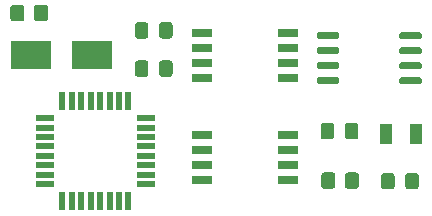
<source format=gtp>
%TF.GenerationSoftware,KiCad,Pcbnew,(5.1.9)-1*%
%TF.CreationDate,2022-01-04T17:54:44-06:00*%
%TF.ProjectId,BACEE,42414345-452e-46b6-9963-61645f706362,1*%
%TF.SameCoordinates,Original*%
%TF.FileFunction,Paste,Top*%
%TF.FilePolarity,Positive*%
%FSLAX46Y46*%
G04 Gerber Fmt 4.6, Leading zero omitted, Abs format (unit mm)*
G04 Created by KiCad (PCBNEW (5.1.9)-1) date 2022-01-04 17:54:44*
%MOMM*%
%LPD*%
G01*
G04 APERTURE LIST*
%ADD10R,1.700000X0.650000*%
%ADD11R,0.550000X1.600000*%
%ADD12R,1.600000X0.550000*%
%ADD13R,1.000000X1.800000*%
%ADD14R,3.500000X2.400000*%
G04 APERTURE END LIST*
%TO.C,C1*%
G36*
G01*
X222310000Y-111321001D02*
X222310000Y-110420999D01*
G75*
G02*
X222559999Y-110171000I249999J0D01*
G01*
X223210001Y-110171000D01*
G75*
G02*
X223460000Y-110420999I0J-249999D01*
G01*
X223460000Y-111321001D01*
G75*
G02*
X223210001Y-111571000I-249999J0D01*
G01*
X222559999Y-111571000D01*
G75*
G02*
X222310000Y-111321001I0J249999D01*
G01*
G37*
G36*
G01*
X220260000Y-111321001D02*
X220260000Y-110420999D01*
G75*
G02*
X220509999Y-110171000I249999J0D01*
G01*
X221160001Y-110171000D01*
G75*
G02*
X221410000Y-110420999I0J-249999D01*
G01*
X221410000Y-111321001D01*
G75*
G02*
X221160001Y-111571000I-249999J0D01*
G01*
X220509999Y-111571000D01*
G75*
G02*
X220260000Y-111321001I0J249999D01*
G01*
G37*
%TD*%
%TO.C,C2*%
G36*
G01*
X220260000Y-108077001D02*
X220260000Y-107176999D01*
G75*
G02*
X220509999Y-106927000I249999J0D01*
G01*
X221160001Y-106927000D01*
G75*
G02*
X221410000Y-107176999I0J-249999D01*
G01*
X221410000Y-108077001D01*
G75*
G02*
X221160001Y-108327000I-249999J0D01*
G01*
X220509999Y-108327000D01*
G75*
G02*
X220260000Y-108077001I0J249999D01*
G01*
G37*
G36*
G01*
X222310000Y-108077001D02*
X222310000Y-107176999D01*
G75*
G02*
X222559999Y-106927000I249999J0D01*
G01*
X223210001Y-106927000D01*
G75*
G02*
X223460000Y-107176999I0J-249999D01*
G01*
X223460000Y-108077001D01*
G75*
G02*
X223210001Y-108327000I-249999J0D01*
G01*
X222559999Y-108327000D01*
G75*
G02*
X222310000Y-108077001I0J249999D01*
G01*
G37*
%TD*%
%TO.C,C3*%
G36*
G01*
X239188000Y-115710999D02*
X239188000Y-116611001D01*
G75*
G02*
X238938001Y-116861000I-249999J0D01*
G01*
X238287999Y-116861000D01*
G75*
G02*
X238038000Y-116611001I0J249999D01*
G01*
X238038000Y-115710999D01*
G75*
G02*
X238287999Y-115461000I249999J0D01*
G01*
X238938001Y-115461000D01*
G75*
G02*
X239188000Y-115710999I0J-249999D01*
G01*
G37*
G36*
G01*
X237138000Y-115710999D02*
X237138000Y-116611001D01*
G75*
G02*
X236888001Y-116861000I-249999J0D01*
G01*
X236237999Y-116861000D01*
G75*
G02*
X235988000Y-116611001I0J249999D01*
G01*
X235988000Y-115710999D01*
G75*
G02*
X236237999Y-115461000I249999J0D01*
G01*
X236888001Y-115461000D01*
G75*
G02*
X237138000Y-115710999I0J-249999D01*
G01*
G37*
%TD*%
%TO.C,D1*%
G36*
G01*
X243147000Y-120846001D02*
X243147000Y-119945999D01*
G75*
G02*
X243396999Y-119696000I249999J0D01*
G01*
X244047001Y-119696000D01*
G75*
G02*
X244297000Y-119945999I0J-249999D01*
G01*
X244297000Y-120846001D01*
G75*
G02*
X244047001Y-121096000I-249999J0D01*
G01*
X243396999Y-121096000D01*
G75*
G02*
X243147000Y-120846001I0J249999D01*
G01*
G37*
G36*
G01*
X241097000Y-120846001D02*
X241097000Y-119945999D01*
G75*
G02*
X241346999Y-119696000I249999J0D01*
G01*
X241997001Y-119696000D01*
G75*
G02*
X242247000Y-119945999I0J-249999D01*
G01*
X242247000Y-120846001D01*
G75*
G02*
X241997001Y-121096000I-249999J0D01*
G01*
X241346999Y-121096000D01*
G75*
G02*
X241097000Y-120846001I0J249999D01*
G01*
G37*
%TD*%
%TO.C,R1*%
G36*
G01*
X238033000Y-120801001D02*
X238033000Y-119900999D01*
G75*
G02*
X238282999Y-119651000I249999J0D01*
G01*
X238983001Y-119651000D01*
G75*
G02*
X239233000Y-119900999I0J-249999D01*
G01*
X239233000Y-120801001D01*
G75*
G02*
X238983001Y-121051000I-249999J0D01*
G01*
X238282999Y-121051000D01*
G75*
G02*
X238033000Y-120801001I0J249999D01*
G01*
G37*
G36*
G01*
X236033000Y-120801001D02*
X236033000Y-119900999D01*
G75*
G02*
X236282999Y-119651000I249999J0D01*
G01*
X236983001Y-119651000D01*
G75*
G02*
X237233000Y-119900999I0J-249999D01*
G01*
X237233000Y-120801001D01*
G75*
G02*
X236983001Y-121051000I-249999J0D01*
G01*
X236282999Y-121051000D01*
G75*
G02*
X236033000Y-120801001I0J249999D01*
G01*
G37*
%TD*%
%TO.C,R2*%
G36*
G01*
X212912000Y-105721999D02*
X212912000Y-106622001D01*
G75*
G02*
X212662001Y-106872000I-249999J0D01*
G01*
X211961999Y-106872000D01*
G75*
G02*
X211712000Y-106622001I0J249999D01*
G01*
X211712000Y-105721999D01*
G75*
G02*
X211961999Y-105472000I249999J0D01*
G01*
X212662001Y-105472000D01*
G75*
G02*
X212912000Y-105721999I0J-249999D01*
G01*
G37*
G36*
G01*
X210912000Y-105721999D02*
X210912000Y-106622001D01*
G75*
G02*
X210662001Y-106872000I-249999J0D01*
G01*
X209961999Y-106872000D01*
G75*
G02*
X209712000Y-106622001I0J249999D01*
G01*
X209712000Y-105721999D01*
G75*
G02*
X209961999Y-105472000I249999J0D01*
G01*
X210662001Y-105472000D01*
G75*
G02*
X210912000Y-105721999I0J-249999D01*
G01*
G37*
%TD*%
%TO.C,U1*%
G36*
G01*
X237544000Y-111737000D02*
X237544000Y-112037000D01*
G75*
G02*
X237394000Y-112187000I-150000J0D01*
G01*
X235794000Y-112187000D01*
G75*
G02*
X235644000Y-112037000I0J150000D01*
G01*
X235644000Y-111737000D01*
G75*
G02*
X235794000Y-111587000I150000J0D01*
G01*
X237394000Y-111587000D01*
G75*
G02*
X237544000Y-111737000I0J-150000D01*
G01*
G37*
G36*
G01*
X237544000Y-110467000D02*
X237544000Y-110767000D01*
G75*
G02*
X237394000Y-110917000I-150000J0D01*
G01*
X235794000Y-110917000D01*
G75*
G02*
X235644000Y-110767000I0J150000D01*
G01*
X235644000Y-110467000D01*
G75*
G02*
X235794000Y-110317000I150000J0D01*
G01*
X237394000Y-110317000D01*
G75*
G02*
X237544000Y-110467000I0J-150000D01*
G01*
G37*
G36*
G01*
X237544000Y-109197000D02*
X237544000Y-109497000D01*
G75*
G02*
X237394000Y-109647000I-150000J0D01*
G01*
X235794000Y-109647000D01*
G75*
G02*
X235644000Y-109497000I0J150000D01*
G01*
X235644000Y-109197000D01*
G75*
G02*
X235794000Y-109047000I150000J0D01*
G01*
X237394000Y-109047000D01*
G75*
G02*
X237544000Y-109197000I0J-150000D01*
G01*
G37*
G36*
G01*
X237544000Y-107927000D02*
X237544000Y-108227000D01*
G75*
G02*
X237394000Y-108377000I-150000J0D01*
G01*
X235794000Y-108377000D01*
G75*
G02*
X235644000Y-108227000I0J150000D01*
G01*
X235644000Y-107927000D01*
G75*
G02*
X235794000Y-107777000I150000J0D01*
G01*
X237394000Y-107777000D01*
G75*
G02*
X237544000Y-107927000I0J-150000D01*
G01*
G37*
G36*
G01*
X244544000Y-107927000D02*
X244544000Y-108227000D01*
G75*
G02*
X244394000Y-108377000I-150000J0D01*
G01*
X242794000Y-108377000D01*
G75*
G02*
X242644000Y-108227000I0J150000D01*
G01*
X242644000Y-107927000D01*
G75*
G02*
X242794000Y-107777000I150000J0D01*
G01*
X244394000Y-107777000D01*
G75*
G02*
X244544000Y-107927000I0J-150000D01*
G01*
G37*
G36*
G01*
X244544000Y-109197000D02*
X244544000Y-109497000D01*
G75*
G02*
X244394000Y-109647000I-150000J0D01*
G01*
X242794000Y-109647000D01*
G75*
G02*
X242644000Y-109497000I0J150000D01*
G01*
X242644000Y-109197000D01*
G75*
G02*
X242794000Y-109047000I150000J0D01*
G01*
X244394000Y-109047000D01*
G75*
G02*
X244544000Y-109197000I0J-150000D01*
G01*
G37*
G36*
G01*
X244544000Y-110467000D02*
X244544000Y-110767000D01*
G75*
G02*
X244394000Y-110917000I-150000J0D01*
G01*
X242794000Y-110917000D01*
G75*
G02*
X242644000Y-110767000I0J150000D01*
G01*
X242644000Y-110467000D01*
G75*
G02*
X242794000Y-110317000I150000J0D01*
G01*
X244394000Y-110317000D01*
G75*
G02*
X244544000Y-110467000I0J-150000D01*
G01*
G37*
G36*
G01*
X244544000Y-111737000D02*
X244544000Y-112037000D01*
G75*
G02*
X244394000Y-112187000I-150000J0D01*
G01*
X242794000Y-112187000D01*
G75*
G02*
X242644000Y-112037000I0J150000D01*
G01*
X242644000Y-111737000D01*
G75*
G02*
X242794000Y-111587000I150000J0D01*
G01*
X244394000Y-111587000D01*
G75*
G02*
X244544000Y-111737000I0J-150000D01*
G01*
G37*
%TD*%
D10*
%TO.C,U2*%
X225966000Y-116459000D03*
X225966000Y-117729000D03*
X225966000Y-118999000D03*
X225966000Y-120269000D03*
X233266000Y-120269000D03*
X233266000Y-118999000D03*
X233266000Y-117729000D03*
X233266000Y-116459000D03*
%TD*%
%TO.C,U3*%
X233266000Y-107823000D03*
X233266000Y-109093000D03*
X233266000Y-110363000D03*
X233266000Y-111633000D03*
X225966000Y-111633000D03*
X225966000Y-110363000D03*
X225966000Y-109093000D03*
X225966000Y-107823000D03*
%TD*%
D11*
%TO.C,U4*%
X214116000Y-113606000D03*
X214916000Y-113606000D03*
X215716000Y-113606000D03*
X216516000Y-113606000D03*
X217316000Y-113606000D03*
X218116000Y-113606000D03*
X218916000Y-113606000D03*
X219716000Y-113606000D03*
D12*
X221166000Y-115056000D03*
X221166000Y-115856000D03*
X221166000Y-116656000D03*
X221166000Y-117456000D03*
X221166000Y-118256000D03*
X221166000Y-119056000D03*
X221166000Y-119856000D03*
X221166000Y-120656000D03*
D11*
X219716000Y-122106000D03*
X218916000Y-122106000D03*
X218116000Y-122106000D03*
X217316000Y-122106000D03*
X216516000Y-122106000D03*
X215716000Y-122106000D03*
X214916000Y-122106000D03*
X214116000Y-122106000D03*
D12*
X212666000Y-120656000D03*
X212666000Y-119856000D03*
X212666000Y-119056000D03*
X212666000Y-118256000D03*
X212666000Y-117456000D03*
X212666000Y-116656000D03*
X212666000Y-115856000D03*
X212666000Y-115056000D03*
%TD*%
D13*
%TO.C,Y1*%
X241552000Y-116366000D03*
X244052000Y-116366000D03*
%TD*%
D14*
%TO.C,Y2*%
X216662000Y-109728000D03*
X211462000Y-109728000D03*
%TD*%
M02*

</source>
